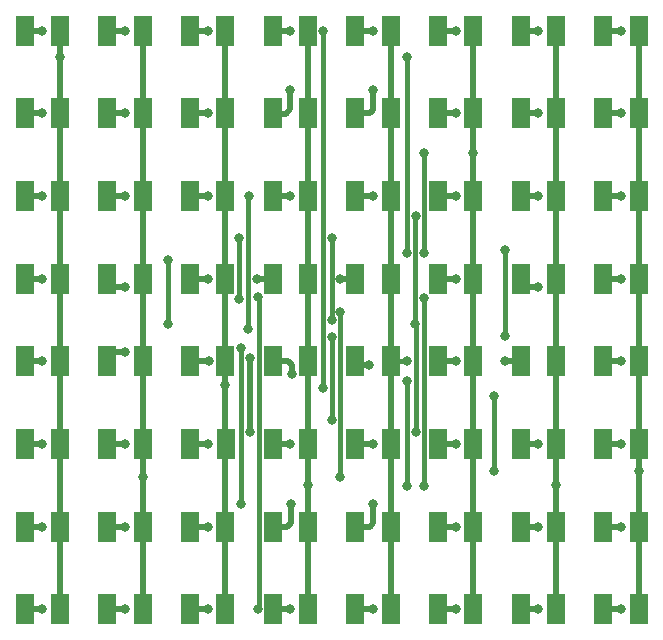
<source format=gbr>
%TF.GenerationSoftware,Altium Limited,Altium Designer,21.6.1 (37)*%
G04 Layer_Physical_Order=1*
G04 Layer_Color=255*
%FSLAX43Y43*%
%MOMM*%
%TF.SameCoordinates,0B018110-BEA4-4537-A367-E08E1C829F5E*%
%TF.FilePolarity,Positive*%
%TF.FileFunction,Copper,L1,Top,Signal*%
%TF.Part,Single*%
G01*
G75*
%TA.AperFunction,SMDPad,CuDef*%
%ADD10R,1.500X2.600*%
%TA.AperFunction,Conductor*%
%ADD11C,0.508*%
%ADD12C,0.381*%
%TA.AperFunction,ViaPad*%
%ADD13C,0.800*%
D10*
X32500Y10000D02*
D03*
X29500D02*
D03*
X1500Y52000D02*
D03*
X4500D02*
D03*
X11500D02*
D03*
X8500D02*
D03*
X15500D02*
D03*
X18500D02*
D03*
X25500D02*
D03*
X22500D02*
D03*
X29500D02*
D03*
X32500D02*
D03*
X39500D02*
D03*
X36500D02*
D03*
X43500D02*
D03*
X46500D02*
D03*
X53500D02*
D03*
X50500D02*
D03*
X1500Y45000D02*
D03*
X4500D02*
D03*
X11500D02*
D03*
X8500D02*
D03*
X15500D02*
D03*
X18500D02*
D03*
X25500D02*
D03*
X22500D02*
D03*
X29500D02*
D03*
X32500D02*
D03*
X39500D02*
D03*
X36500D02*
D03*
X43500D02*
D03*
X46500D02*
D03*
X53500D02*
D03*
X50500D02*
D03*
X1500Y38000D02*
D03*
X4500D02*
D03*
X11500D02*
D03*
X8500D02*
D03*
X15500D02*
D03*
X18500D02*
D03*
X25500D02*
D03*
X22500D02*
D03*
X29500D02*
D03*
X32500D02*
D03*
X39500D02*
D03*
X36500D02*
D03*
X43500D02*
D03*
X46500D02*
D03*
X53500D02*
D03*
X50500D02*
D03*
X1500Y31000D02*
D03*
X4500D02*
D03*
X11500D02*
D03*
X8500D02*
D03*
X15500D02*
D03*
X18500D02*
D03*
X25500D02*
D03*
X22500D02*
D03*
X29500D02*
D03*
X32500D02*
D03*
X39500D02*
D03*
X36500D02*
D03*
X43500D02*
D03*
X46500D02*
D03*
X53500D02*
D03*
X50500D02*
D03*
X1500Y24000D02*
D03*
X4500D02*
D03*
X11500D02*
D03*
X8500D02*
D03*
X15500D02*
D03*
X18500D02*
D03*
X25500D02*
D03*
X22500D02*
D03*
X29500D02*
D03*
X32500D02*
D03*
X39500D02*
D03*
X36500D02*
D03*
X43500D02*
D03*
X46500D02*
D03*
X53500D02*
D03*
X50500D02*
D03*
X1500Y17000D02*
D03*
X4500D02*
D03*
X11500D02*
D03*
X8500D02*
D03*
X15530Y17021D02*
D03*
X18530D02*
D03*
X25500Y17000D02*
D03*
X22500D02*
D03*
X29500D02*
D03*
X32500D02*
D03*
X39500D02*
D03*
X36500D02*
D03*
X43500D02*
D03*
X46500D02*
D03*
X53500D02*
D03*
X50500D02*
D03*
X1500Y10000D02*
D03*
X4500D02*
D03*
X11500D02*
D03*
X8500D02*
D03*
X15500D02*
D03*
X18500D02*
D03*
X25500D02*
D03*
X22500D02*
D03*
X39500D02*
D03*
X36500D02*
D03*
X43500D02*
D03*
X46500D02*
D03*
X53500D02*
D03*
X50500D02*
D03*
X1500Y3000D02*
D03*
X4500D02*
D03*
X11500D02*
D03*
X8500D02*
D03*
X15500D02*
D03*
X18500D02*
D03*
X25500D02*
D03*
X22500D02*
D03*
X29500D02*
D03*
X32500D02*
D03*
X39500D02*
D03*
X36500D02*
D03*
X43500D02*
D03*
X46500D02*
D03*
X53500D02*
D03*
X50500D02*
D03*
D11*
X18500Y10000D02*
Y21986D01*
Y24000D01*
X15500D02*
X17121D01*
X21145Y31013D02*
X22487D01*
X22500Y31000D01*
X53500Y14740D02*
Y17000D01*
Y10000D02*
Y14740D01*
X29500Y24000D02*
X29810Y23690D01*
X30623D01*
X36500Y24000D02*
X38000D01*
X32500Y17000D02*
Y24000D01*
Y10000D02*
Y17000D01*
X25500D02*
Y24000D01*
Y38000D01*
Y13491D02*
Y17000D01*
X42172Y24000D02*
X43500D01*
X46500Y10000D02*
Y17000D01*
X36500D02*
X38000D01*
X36500Y38000D02*
X38000D01*
X36500Y45000D02*
X38000D01*
X36500Y52000D02*
X38000D01*
X46500Y38000D02*
Y45000D01*
Y52000D01*
X39500Y41664D02*
Y45000D01*
Y38000D02*
Y41664D01*
X25500Y10000D02*
Y13491D01*
X24109Y23020D02*
X24165Y22964D01*
X24109Y23020D02*
Y23659D01*
X23768Y24000D02*
X24109Y23659D01*
X20591Y18051D02*
Y24316D01*
X20599Y24325D01*
X20582Y18042D02*
X20591Y18051D01*
X11500Y14232D02*
Y17000D01*
Y10000D02*
Y14232D01*
X28240Y30996D02*
X29496D01*
X29500Y31000D01*
X43500Y38000D02*
X45000D01*
X32500D02*
Y45000D01*
Y31000D02*
Y38000D01*
Y24000D02*
Y31000D01*
X29500Y38000D02*
X31000D01*
X30996Y45298D02*
Y46998D01*
X4500Y49792D02*
Y52000D01*
Y45000D02*
Y49792D01*
X15500Y31000D02*
X17000D01*
X4500Y24000D02*
Y31000D01*
Y17000D02*
Y24000D01*
X29500Y17000D02*
X31000D01*
X22500D02*
X24000D01*
X25500Y38000D02*
Y45000D01*
X50500Y24000D02*
X52000D01*
X36500Y31000D02*
X38000D01*
X23630Y44966D02*
X23991Y45327D01*
Y47001D01*
X22534Y44966D02*
X23630D01*
X22500Y45000D02*
X22534Y44966D01*
X29500Y45000D02*
X30698D01*
X30996Y45298D01*
X24033Y10298D02*
Y11961D01*
X30996Y10298D02*
Y11946D01*
X29500Y10000D02*
X30698D01*
X30996Y10298D01*
X22500Y10000D02*
X23735D01*
X24033Y10298D01*
Y11961D02*
X24038Y11966D01*
X8996Y30306D02*
X9956D01*
X4500Y31000D02*
Y38000D01*
Y45000D01*
Y10000D02*
Y17000D01*
Y3000D02*
Y10000D01*
X46500Y24000D02*
Y31000D01*
X25500Y45000D02*
Y52000D01*
X46500Y17000D02*
Y24000D01*
X53500Y38000D02*
Y45000D01*
X46500Y31000D02*
Y38000D01*
X53500Y45000D02*
Y52000D01*
X39500Y3000D02*
Y10000D01*
X11500Y3000D02*
Y10000D01*
X43500Y30756D02*
X43996Y30260D01*
X8500Y3000D02*
X10000D01*
X1500Y10000D02*
X3000D01*
X50500D02*
X52000D01*
X43500D02*
X45000D01*
X8500Y24000D02*
Y24263D01*
X1500Y45000D02*
X3000D01*
X15551Y17000D02*
X17000D01*
X15500Y45000D02*
X17000D01*
X8500Y30802D02*
X8996Y30306D01*
X22500Y38000D02*
X24000D01*
X8500Y45000D02*
X10000D01*
X53500Y17000D02*
Y24000D01*
X25500Y3000D02*
Y10000D01*
X18500Y3000D02*
Y10000D01*
X46500Y3000D02*
Y10000D01*
X11500Y24000D02*
Y31000D01*
X53500Y3000D02*
Y10000D01*
X11500Y31000D02*
Y38000D01*
Y17000D02*
Y24000D01*
X32500Y3000D02*
Y10000D01*
X15500Y3000D02*
X17000D01*
X22500D02*
X24000D01*
X8996Y24759D02*
X10029D01*
X8500Y24263D02*
X8996Y24759D01*
X43500Y30756D02*
Y31000D01*
X8500Y30802D02*
Y31000D01*
X39500Y17000D02*
Y24000D01*
X32500Y45000D02*
Y52000D01*
X11500Y45000D02*
Y52000D01*
X18500Y24000D02*
Y31000D01*
X11500Y38000D02*
Y45000D01*
X18500Y38000D02*
Y45000D01*
Y52000D01*
X39500Y10000D02*
Y17000D01*
X18500Y31000D02*
Y38000D01*
X1500Y3000D02*
X3000D01*
X43996Y30260D02*
X45000D01*
X8500Y17000D02*
X10000D01*
X36500Y10000D02*
X38000D01*
X50500Y17000D02*
X52000D01*
X1500D02*
X3000D01*
X1500Y24000D02*
X3000D01*
X8500Y10000D02*
X10000D01*
X15530Y17021D02*
X15551Y17000D01*
X8500Y38000D02*
X10000D01*
X50500Y31000D02*
X52000D01*
X43500Y45000D02*
X45000D01*
X50500Y38000D02*
X52000D01*
X15500D02*
X17000D01*
X1500D02*
X3000D01*
X15500Y10000D02*
X17000D01*
X43500Y17000D02*
X45000D01*
X1500Y31000D02*
X3000D01*
X50500Y45000D02*
X52000D01*
X53500Y24000D02*
Y31000D01*
X39500Y45000D02*
Y52000D01*
X53500Y31000D02*
Y38000D01*
X39500Y24000D02*
Y31000D01*
Y38000D01*
X22500Y24000D02*
X23768D01*
X8500Y52000D02*
X10000D01*
X22500D02*
X24000D01*
X15500D02*
X17000D01*
X29500D02*
X31000D01*
X50500D02*
X52000D01*
X43500D02*
X45000D01*
X1500D02*
X3000D01*
X29500Y3000D02*
X31000D01*
X50500D02*
X52000D01*
X36500D02*
X38000D01*
X43500D02*
X45000D01*
D12*
X27500Y19024D02*
Y26030D01*
X28240Y14232D02*
Y28146D01*
X20403Y26771D02*
Y37941D01*
X20462Y38000D01*
X19663Y29335D02*
Y34485D01*
X19641Y29313D02*
X19663Y29335D01*
X21281Y29413D02*
X21344Y29350D01*
Y3080D02*
Y29350D01*
X21264Y3000D02*
X21344Y3080D01*
X41271Y14740D02*
Y21090D01*
X33856Y16796D02*
Y19928D01*
X33857Y19929D01*
Y13470D02*
Y16795D01*
X34597Y18042D02*
X34597Y18043D01*
X33856Y16796D02*
X33857Y16795D01*
X34597Y18043D02*
Y27175D01*
X35337Y13485D02*
Y29337D01*
X33857Y19929D02*
Y22315D01*
X26760Y21745D02*
Y51970D01*
X42172Y26170D02*
Y33460D01*
X32500Y24000D02*
X33857D01*
X34587Y27186D02*
Y36281D01*
Y27186D02*
X34597Y27175D01*
X33852Y49787D02*
X33857Y49792D01*
X33852Y33220D02*
Y49787D01*
X33846Y33215D02*
X33852Y33220D01*
X35352Y33140D02*
Y41626D01*
X35314Y41664D02*
X35352Y41626D01*
X19800Y11966D02*
Y25154D01*
X27500Y27500D02*
Y34485D01*
X26760Y51970D02*
X26800Y52011D01*
X13615Y27186D02*
Y32624D01*
D13*
X18500Y21986D02*
D03*
X17121Y24000D02*
D03*
X27500Y19024D02*
D03*
X17000Y31000D02*
D03*
X20462Y38000D02*
D03*
X19641Y29313D02*
D03*
X21281Y29413D02*
D03*
X21145Y31013D02*
D03*
X19663Y34485D02*
D03*
X20403Y26771D02*
D03*
X53500Y14740D02*
D03*
X41271D02*
D03*
Y21090D02*
D03*
X30623Y23690D02*
D03*
X34597Y18042D02*
D03*
X38000Y24000D02*
D03*
X33857Y22315D02*
D03*
X26760Y21745D02*
D03*
X42172Y26170D02*
D03*
Y24000D02*
D03*
X35337Y29337D02*
D03*
X33857Y24000D02*
D03*
X34587Y27186D02*
D03*
X46490Y13491D02*
D03*
X38000Y17000D02*
D03*
X35352Y13470D02*
D03*
X33846Y33215D02*
D03*
X35352Y33140D02*
D03*
X38000Y38000D02*
D03*
Y45000D02*
D03*
Y52000D02*
D03*
X39500Y41664D02*
D03*
X35314D02*
D03*
X34611Y36305D02*
D03*
X25500Y13491D02*
D03*
X33857Y13470D02*
D03*
X24165Y22964D02*
D03*
X20599Y24325D02*
D03*
X19800Y25154D02*
D03*
X11500Y14232D02*
D03*
X28240D02*
D03*
Y28146D02*
D03*
Y30996D02*
D03*
X27500Y34485D02*
D03*
X45000Y38000D02*
D03*
X42172Y33460D02*
D03*
X31000Y38000D02*
D03*
X30996Y46998D02*
D03*
X4500Y49792D02*
D03*
X33857D02*
D03*
X21264Y3000D02*
D03*
X27500Y27500D02*
D03*
X19800Y11966D02*
D03*
X27500Y26030D02*
D03*
X3000Y31000D02*
D03*
X13615Y27186D02*
D03*
X26800Y52011D02*
D03*
X31000Y17000D02*
D03*
X20582Y18042D02*
D03*
X24000Y17000D02*
D03*
X13615Y32624D02*
D03*
X52000Y24000D02*
D03*
X38000Y31000D02*
D03*
X23991Y47001D02*
D03*
X24038Y11946D02*
D03*
X30996D02*
D03*
X9956Y30306D02*
D03*
X10029Y24759D02*
D03*
X45000Y30260D02*
D03*
X3000Y52000D02*
D03*
Y45000D02*
D03*
Y38000D02*
D03*
Y24000D02*
D03*
Y17000D02*
D03*
Y10000D02*
D03*
X52000D02*
D03*
X38000D02*
D03*
X17000D02*
D03*
X10000D02*
D03*
X45000D02*
D03*
X52000Y3000D02*
D03*
X38000D02*
D03*
X31000D02*
D03*
X24000D02*
D03*
X17000D02*
D03*
X10000D02*
D03*
X3000D02*
D03*
X45000D02*
D03*
X52000Y17000D02*
D03*
X17000D02*
D03*
X10000D02*
D03*
X45000D02*
D03*
X52000Y31000D02*
D03*
Y38000D02*
D03*
X24000D02*
D03*
X17000D02*
D03*
X10000D02*
D03*
X45000Y45000D02*
D03*
X10000D02*
D03*
X17000D02*
D03*
X52000D02*
D03*
Y52000D02*
D03*
X45000D02*
D03*
X31000D02*
D03*
X24000D02*
D03*
X17000D02*
D03*
X10000D02*
D03*
%TF.MD5,e8fec883908b512573798d2a57597b3e*%
M02*

</source>
